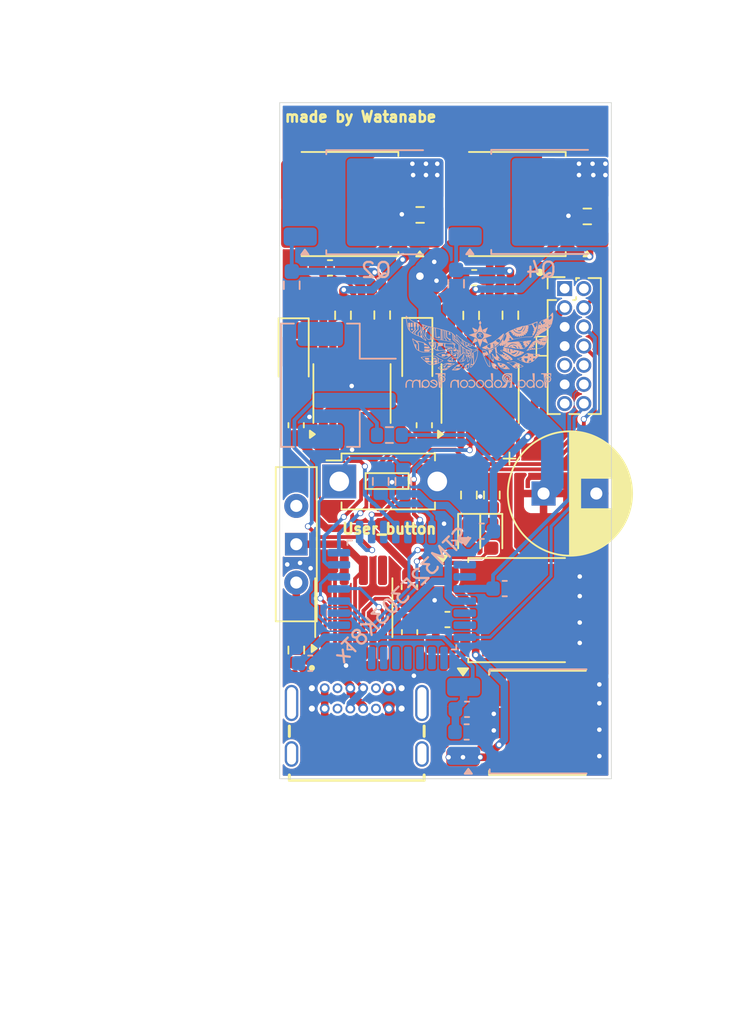
<source format=kicad_pcb>
(kicad_pcb (version 20241229) (generator "pcbnew") (generator_version "9.0")
  (layers (0 "F.Cu" signal) (2 "B.Cu" signal) (13 "F.Paste" user) (15 "B.Paste" user) (5 "F.SilkS" user "F.Silkscreen") (7 "B.SilkS" user "B.Silkscreen") (1 "F.Mask" user) (3 "B.Mask" user) (25 "Edge.Cuts" user))
  (net 0 "")
  (net 3 "Net-(Q1-S)")
  (net 4 "VCP_TX")
  (net 23 "NRST")
  (net 24 "GND")
  (net 25 "CAN_H")
  (net 26 "+24V")
  (net 27 "CAN_L")
  (net 29 "+3.3V")
  (net 30 "+12V")
  (net 31 "+5V")
  (net 33 "Net-(SW1-A)")
  (net 34 "CAN_TX")
  (net 35 "CAN_RX")
  (net 36 "Net-(D1-A)")
  (net 37 "Net-(D1-K)")
  (net 38 "Net-(D2-K)")
  (net 39 "Net-(D2-A)")
  (net 40 "Net-(U1-PA8)")
  (net 41 "Net-(D4-K)")
  (net 42 "Net-(D3-K)")
  (net 43 "SWCLK")
  (net 44 "SWDIO")
  (net 45 "Net-(Q1-G)")
  (net 46 "Net-(Q2-G)")
  (net 47 "Net-(Q3-G)")
  (net 48 "Net-(Q4-G)")
  (net 49 "Net-(U6-HO)")
  (net 50 "Net-(U6-LO)")
  (net 51 "Net-(U7-HO)")
  (net 52 "Net-(U7-LO)")
  (net 53 "MA")
  (net 54 "MB")
  (net 57 "Net-(Q3-S)")
  (net 58 "Limit_SW")
  (net 64 "SWO")
  (net 65 "Net-(U1-BOOT0)")
  (footprint "Package_SO:SOIC-8_3.9x4.9mm_P1.27mm" (layer "F.Cu") (at 133.29 79.275 90)
    (property "Reference" "U7" (hide yes))
    (property "Value" "IR2302" (hide yes))
  )
  (footprint "Capacitor_SMD:C_0603_1608Metric" (layer "F.Cu") (at 131.125 94.25)
    (property "Reference" "C7" (hide yes))
    (property "Value" "1μ" (hide yes))
  )
  (footprint "LED_SMD:LED_0603_1608Metric" (layer "F.Cu") (at 134.03 88.735 -90)
    (property "Reference" "D2" (hide yes))
    (property "Value" "blue" (hide yes))
  )
  (footprint "Button_Switch_THT:SW_Slide-03_Wuerth-WS-SLTV_10x2.5x6.4_P2.54mm" (layer "F.Cu") (at 121.1 89.26 -90)
    (property "Reference" "SW1" (hide yes))
    (property "Value" "SW_Wuerth_450301014042" (hide yes))
  )
  (footprint "Resistor_SMD:R_0603_1608Metric_Pad0.98x0.95mm_HandSolder" (layer "F.Cu") (at 126.8 74.075 90)
    (property "Reference" "R5" (hide yes))
    (property "Value" "10Ω" (hide yes))
  )
  (footprint "Capacitor_SMD:C_0603_1608Metric_Pad1.08x0.95mm_HandSolder" (layer "F.Cu") (at 132.9 71.6)
    (property "Reference" "C12" (hide yes))
    (property "Value" "1μF" (hide yes))
  )
  (footprint "Diode_SMD:D_SOD-123F" (layer "F.Cu") (at 129.125 76.475 -90)
    (property "Reference" "D4" (hide yes))
    (property "Value" "D" (hide yes))
  )
  (footprint "Capacitor_SMD:C_0603_1608Metric_Pad1.08x0.95mm_HandSolder" (layer "F.Cu") (at 121.09 81.375 90)
    (property "Reference" "C9" (hide yes))
    (property "Value" "0.1μF" (hide yes))
  )
  (footprint "Button_Switch_THT:SW_PUSH_1P1T_6x3.5mm_H5.0_APEM_MJTP1250" (layer "F.Cu") (at 123.95 85.1)
    (property "Reference" "SW2" (hide yes))
    (property "Value" "setting" (hide yes))
  )
  (footprint "Resistor_SMD:R_0603_1608Metric" (layer "F.Cu") (at 134.07 86 90)
    (property "Reference" "R2" (hide yes))
    (property "Value" "1k" (hide yes))
  )
  (footprint "Capacitor_SMD:C_0603_1608Metric_Pad1.08x0.95mm_HandSolder" (layer "F.Cu") (at 129.59 81.375 90)
    (property "Reference" "C13" (hide yes))
    (property "Value" "0.1μF" (hide yes))
  )
  (footprint "Package_TO_SOT_SMD:TO-252-2" (layer "F.Cu") (at 135.66 66.72 180)
    (property "Reference" "Q3" (hide yes))
    (property "Value" "Q_NMOS_GDS" (hide yes))
  )
  (footprint "Resistor_SMD:R_0603_1608Metric_Pad0.98x0.95mm_HandSolder" (layer "F.Cu") (at 135.3 74.0875 -90)
    (property "Reference" "R11" (hide yes))
    (property "Value" "10Ω" (hide yes))
  )
  (footprint "Package_TO_SOT_SMD:TO-252-2" (layer "F.Cu") (at 137.195 101.095)
    (property "Reference" "U3" (hide yes))
    (property "Value" "NJM7812" (hide yes))
  )
  (footprint "Connector_PinHeader_1.27mm:PinHeader_2x07_P1.27mm_Vertical" (layer "F.Cu") (at 138.9 72.32)
    (property "Reference" "J2" (hide yes))
    (property "Value" "Conn_ST_STDC14" (hide yes))
  )
  (footprint "Resistor_SMD:R_0603_1608Metric_Pad0.98x0.95mm_HandSolder" (layer "F.Cu") (at 129.3125 67.44)
    (property "Reference" "R7" (hide yes))
    (property "Value" "47k" (hide yes))
  )
  (footprint "Resistor_SMD:R_0603_1608Metric" (layer "F.Cu") (at 132.55 86 90)
    (property "Reference" "R3" (hide yes))
    (property "Value" "1k" (hide yes))
  )
  (footprint "Capacitor_SMD:C_0603_1608Metric" (layer "F.Cu") (at 128.6 92.1 -90)
    (property "Reference" "C10" (hide yes))
    (property "Value" "1μ" (hide yes))
  )
  (footprint "Package_SO:SOIC-8_3.9x4.9mm_P1.27mm" (layer "F.Cu") (at 124.795 79.275 90)
    (property "Reference" "U6" (hide yes))
    (property "Value" "IR2302" (hide yes))
  )
  (footprint "Resistor_SMD:R_0603_1608Metric_Pad0.98x0.95mm_HandSolder" (layer "F.Cu") (at 124.2 74.0875 90)
    (property "Reference" "R4" (hide yes))
    (property "Value" "10Ω" (hide yes))
  )
  (footprint "LED_SMD:LED_0603_1608Metric" (layer "F.Cu") (at 132.57 88.735 -90)
    (property "Reference" "D1" (hide yes))
    (property "Value" "green" (hide yes))
  )
  (footprint "Resistor_SMD:R_0603_1608Metric" (layer "F.Cu") (at 121.1 96.275 90)
    (property "Reference" "R1" (hide yes))
    (property "Value" "120" (hide yes))
  )
  (footprint "Package_TO_SOT_SMD:TO-252-2" (layer "F.Cu") (at 135.815 93.625)
    (property "Reference" "U4" (hide yes))
    (property "Value" "Regulator_5.0" (hide yes))
  )
  (footprint "Capacitor_SMD:C_0603_1608Metric_Pad1.08x0.95mm_HandSolder" (layer "F.Cu") (at 123.3375 70.95)
    (property "Reference" "C11" (hide yes))
    (property "Value" "1μF" (hide yes))
  )
  (footprint "Resistor_SMD:R_0603_1608Metric_Pad0.98x0.95mm_HandSolder" (layer "F.Cu") (at 132.7 74.1 -90)
    (property "Reference" "R10" (hide yes))
    (property "Value" "10Ω" (hide yes))
  )
  (footprint "my_parts:GCT_USB4085-GF-A_REVB" (layer "F.Cu") (at 125.11 103.16)
    (property "Reference" "J1" (hide yes))
    (property "Value" "USB4085-GF-A_REVB" (hide yes))
  )
  (footprint "Diode_SMD:D_SOD-123F" (layer "F.Cu") (at 120.925 76.5 -90)
    (property "Reference" "D3" (hide yes))
    (property "Value" "D" (hide yes))
  )
  (footprint "Resistor_SMD:R_0603_1608Metric_Pad0.98x0.95mm_HandSolder" (layer "F.Cu") (at 140.4 67.54)
    (property "Reference" "R8" (hide yes))
    (property "Value" "47k" (hide yes))
  )
  (footprint "Capacitor_SMD:C_0603_1608Metric" (layer "F.Cu") (at 128.615 95.085 -90)
    (property "Reference" "C6" (hide yes))
    (property "Value" "0.1μ" (hide yes))
  )
  (footprint "Package_TO_SOT_SMD:TO-252-2" (layer "F.Cu") (at 124.56 66.72 180)
    (property "Reference" "Q1" (hide yes))
    (property "Value" "Q_NMOS_GDS" (hide yes))
  )
  (footprint "Capacitor_THT:CP_Radial_D8.0mm_P3.50mm" (layer "F.Cu") (at 137.5 85.9)
    (property "Reference" "C8" (hide yes))
    (property "Value" "470μ" (hide yes))
  )
  (footprint "Package_SO:SOIC-8_3.9x4.9mm_P1.27mm" (layer "F.Cu") (at 124.915 93.465 90)
    (property "Reference" "U5" (hide yes))
    (property "Value" "MCP2561-E-SN" (hide yes))
  )
  (footprint "Capacitor_SMD:C_0603_1608Metric" (layer "B.Cu") (at 134.925 92.2)
    (property "Reference" "C1" (hide yes))
    (property "Value" "0.1μ" (hide yes))
  )
  (footprint "Resistor_SMD:R_0603_1608Metric" (layer "B.Cu") (at 128.2 85.1 90)
    (property "Reference" "R13" (hide yes))
    (property "Value" "10k" (hide yes))
  )
  (footprint "Capacitor_SMD:C_0603_1608Metric" (layer "B.Cu") (at 132.4 101.7)
    (property "Reference" "C5" (hide yes))
    (property "Value" "1μ" (hide yes))
  )
  (footprint "Resistor_SMD:R_0603_1608Metric" (layer "B.Cu") (at 127.275 82.025 180)
    (property "Reference" "R14" (hide yes))
    (property "Value" "10k" (hide yes))
  )
  (footprint "Resistor_SMD:R_0603_1608Metric_Pad0.98x0.95mm_HandSolder" (layer "B.Cu") (at 120.8 72.1 90)
    (property "Reference" "R6" (hide yes))
    (property "Value" "47k" (hide yes))
  )
  (footprint "Capacitor_SMD:C_0603_1608Metric" (layer "B.Cu") (at 133.4 88.4 180)
    (property "Reference" "C4" (hide yes))
    (property "Value" "0.1μ" (hide yes))
  )
  (footprint "Resistor_SMD:R_0603_1608Metric" (layer "B.Cu") (at 126.7 85.1 90)
    (property "Reference" "R12" (hide yes))
    (property "Value" "10k" (hide yes))
  )
  (footprint "Capacitor_SMD:C_0603_1608Metric" (layer "B.Cu") (at 122.025 97.15)
    (property "Reference" "C3" (hide yes))
    (property "Value" "0.1μ" (hide yes))
  )
  (footprint "Package_QFP:LQFP-32_7x7mm_P0.8mm" (layer "B.Cu") (at 128.1 92.625 180)
    (property "Reference" "U1" (hide yes))
    (property "Value" "STM32F303K8Tx")
  )
  (footprint "Capacitor_SMD:C_0603_1608Metric" (layer "B.Cu") (at 132.425 100.2)
    (property "Reference" "C2" (hide yes))
    (property "Value" "0.1μ" (hide yes))
  )
  (footprint "Package_TO_SOT_SMD:TO-252-2" (layer "B.Cu") (at 137.24 100.9975)
    (property "Reference" "U2" (hide yes))
    (property "Value" "Regulator_3.3" (hide yes))
  )
  (footprint "Package_TO_SOT_SMD:TO-252-2" (layer "B.Cu") (at 137.34 66.58)
    (property "Reference" "Q4")
    (property "Value" "Q_NMOS_GDS" (hide yes))
  )
  (footprint "Package_TO_SOT_SMD:TO-252-2" (layer "B.Cu") (at 126.4 66.6)
    (property "Reference" "Q2")
    (property "Value" "Q_NMOS_GDS" (hide yes))
  )
  (footprint "LOGO" (layer "B.Cu") (at 133.225 76.425 180)
    (property "Reference" "G***" (hide yes))
    (property "Value" "LOGO" (hide yes))
  )
  (footprint "Connector_JST:JST_PH_B2B-PH-SM4-TB_1x02-1MP_P2.00mm_Vertical" (layer "B.Cu") (at 124.45 78.725 -90)
    (property "Reference" "J3" (hide yes))
    (property "Value" "Conn_01x02_Pin" (hide yes))
  )
  (footprint "Resistor_SMD:R_0603_1608Metric_Pad0.98x0.95mm_HandSolder" (layer "B.Cu") (at 131.7 72 90)
    (property "Reference" "R9" (hide yes))
    (property "Value" "47k" (hide yes))
  )
  (gr_line (start 137.025 75.5) (end 137.025 76.775) (stroke (width 0.1)) (layer "F.SilkS"))
  (gr_line (start 137.025 76.775) (end 137.75 76.775) (stroke (width 0.1)) (layer "F.SilkS"))
  (gr_circle (center 137.25 71.25) (end 137.45 71.25) (stroke (width 0.1)) (fill yes) (layer "F.SilkS"))
  (gr_line (start 137.775 75.5) (end 137.025 75.5) (stroke (width 0.1)) (layer "F.SilkS"))
  (gr_rect (start 120 60) (end 142 104.8) (stroke (width 0.05)) (fill no) (layer "Edge.Cuts"))
  (gr_text "User_button" (at 124.05 88.65 0) (layer "F.SilkS") (effects (font (size 0.7 0.7) (thickness 0.175) (bold yes)) (justify left bottom)))
  (gr_text "made by Watanabe" (at 120.25 61.35 0) (layer "F.SilkS") (effects (font (size 0.7 0.7) (thickness 0.175) (bold yes)) (justify left bottom)))
  (segment (start 125.43 72.18) (end 124.2 70.95) (width 0.5) (layer "F.Cu") (net 3))
  (segment (start 128.4 68.075456) (end 128.1 67.4) (width 0.5) (layer "F.Cu") (net 3))
  (segment (start 125.525456 70.95) (end 128.4 68.075456) (width 0.5) (layer "F.Cu") (net 3))
  (segment (start 125.43 76.8) (end 125.43 72.18) (width 0.5) (layer "F.Cu") (net 3))
  (segment (start 124.2 70.95) (end 125.525456 70.95) (width 0.5) (layer "F.Cu") (net 3))
  (via (at 130.45 64.05) (size 0.4) (drill 0.3) (layers "F.Cu" "B.Cu") (net 3))
  (via (at 128.85 64.8) (size 0.4) (drill 0.3) (layers "F.Cu" "B.Cu") (net 3))
  (via (at 129.7 64.8) (size 0.4) (drill 0.3) (layers "F.Cu" "B.Cu") (net 3))
  (via (at 130.45 64.8) (size 0.4) (drill 0.3) (layers "F.Cu" "B.Cu") (net 3))
  (via (at 128.8 64.05) (size 0.4) (drill 0.3) (layers "F.Cu" "B.Cu") (net 3))
  (via (at 128.1 67.4) (size 0.4) (drill 0.3) (layers "F.Cu" "B.Cu") (net 3))
  (via (at 129.7 64.05) (size 0.4) (drill 0.3) (layers "F.Cu" "B.Cu") (net 3))
  (segment (start 138 91.375) (end 133.95 95.425) (width 0.2) (layer "B.Cu") (net 4))
  (segment (start 139.526 86.549) (end 138 88.075) (width 0.2) (layer "B.Cu") (net 4))
  (segment (start 133.95 95.425) (end 132.275 95.425) (width 0.2) (layer "B.Cu") (net 4))
  (segment (start 140.17 79.94) (end 140.17 80.221428) (width 0.2) (layer "B.Cu") (net 4))
  (segment (start 138 88.075) (end 138 91.375) (width 0.2) (layer "B.Cu") (net 4))
  (segment (start 140.17 80.221428) (end 139.526 80.865428) (width 0.2) (layer "B.Cu") (net 4))
  (segment (start 139.526 80.865428) (end 139.526 86.549) (width 0.2) (layer "B.Cu") (net 4))
  (segment (start 134.15 92.2) (end 134.15 91.300431) (width 0.25) (layer "B.Cu") (net 23))
  (segment (start 139.53 79.31) (end 139.53 80.33) (width 0.05) (layer "B.Cu") (net 23))
  (segment (start 134.15 92.2) (end 132.3 92.2) (width 0.5) (layer "B.Cu") (net 23))
  (segment (start 139.2 86.250431) (end 139.2 80.672376) (width 0.25) (layer "B.Cu") (net 23))
  (segment (start 134.15 91.300431) (end 139.2 86.250431) (width 0.25) (layer "B.Cu") (net 23))
  (segment (start 139.2 80.672376) (end 139.536188 80.336188) (width 0.25) (layer "B.Cu") (net 23))
  (segment (start 132.3 92.2) (end 132.275 92.225) (width 0.5) (layer "B.Cu") (net 23))
  (segment (start 140.17 78.67) (end 139.53 79.31) (width 0.05) (layer "B.Cu") (net 23))
  (via (at 141.2 98.55) (size 0.4) (drill 0.3) (layers "F.Cu" "B.Cu") (net 24))
  (via (at 134.2 101.6) (size 0.4) (drill 0.3) (layers "F.Cu" "B.Cu") (net 24))
  (via (at 120.5 90.6) (size 0.4) (drill 0.3) (layers "F.Cu" "B.Cu") (net 24))
  (via (at 124.8 83) (size 0.4) (drill 0.3) (layers "F.Cu" "B.Cu") (net 24))
  (via (at 139.9 95.8) (size 0.4) (drill 0.3) (layers "F.Cu" "B.Cu") (net 24))
  (via (at 124.4 97.3) (size 0.4) (drill 0.3) (layers "F.Cu" "B.Cu") (net 24))
  (via (at 130.9 87.9) (size 0.4) (drill 0.3) (layers "F.Cu" "B.Cu") (net 24))
  (via (at 141.2 103.3) (size 0.4) (drill 0.3) (layers "F.Cu" "B.Cu") (net 24))
  (via (at 121.35 90.5) (size 0.4) (drill 0.3) (layers "F.Cu" "B.Cu") (net 24))
  (via (at 124.775 78.775) (size 0.4) (drill 0.3) (layers "F.Cu" "B.Cu") (net 24))
  (via (at 130.275 92.975) (size 0.4) (drill 0.3) (layers "F.Cu" "B.Cu") (net 24))
  (via (at 139.9 91.4) (size 0.4) (drill 0.3) (layers "F.Cu" "B.Cu") (net 24))
  (via (at 139.9 94.45) (size 0.4) (drill 0.3) (layers "F.Cu" "B.Cu") (net 24))
  (via (at 122.05 90.85) (size 0.4) (drill 0.3) (layers "F.Cu" "B.Cu") (net 24))
  (via (at 128.9 97.975) (size 0.4) (drill 0.3) (layers "F.Cu" "B.Cu") (net 24))
  (via (at 139.9 92.7) (size 0.4) (drill 0.3) (layers "F.Cu" "B.Cu") (net 24))
  (via (at 121.975 80.825) (size 0.4) (drill 0.3) (layers "F.Cu" "B.Cu") (net 24))
  (via (at 141.2 99.8) (size 0.4) (drill 0.3) (layers "F.Cu" "B.Cu") (net 24))
  (via (at 127.45 85.15) (size 0.4) (drill 0.3) (layers "F.Cu" "B.Cu") (net 24))
  (via (at 134.2 100.5) (size 0.4) (drill 0.3) (layers "F.Cu" "B.Cu") (net 24))
  (via (at 141.2 101.55) (size 0.4) (drill 0.3) (layers "F.Cu" "B.Cu") (net 24))
  (via (at 133.3 86.1) (size 0.4) (drill 0.3) (layers "F.Cu" "B.Cu") (net 24))
  (segment (start 123.667376 91.602624) (end 123.667376 97.6) (width 0.25) (layer "F.Cu") (net 25))
  (segment (start 125.535 99.967624) (end 125.535 100.15) (width 0.5) (layer "F.Cu") (net 25))
  (segment (start 121.6 97.6) (end 121.1 97.1) (width 0.5) (layer "F.Cu") (net 25))
  (segment (start 124.685 98.8) (end 124.685 98.617624) (width 0.5) (layer "F.Cu") (net 25))
  (segment (start 124.685 99.117624) (end 125.535 99.967624) (width 0.5) (layer "F.Cu") (net 25))
  (segment (start 123.667376 97.6) (end 121.6 97.6) (width 0.5) (layer "F.Cu") (net 25))
  (segment (start 124.685 98.617624) (end 123.667376 97.6) (width 0.5) (layer "F.Cu") (net 25))
  (segment (start 124.28 90.99) (end 123.667376 91.602624) (width 0.25) (layer "F.Cu") (net 25))
  (segment (start 124.685 98.8) (end 124.685 99.117624) (width 0.5) (layer "F.Cu") (net 25))
  (segment (start 122.985 100.15) (end 122.985 98.8) (width 0.5) (layer "F.Cu") (net 26))
  (segment (start 122.985 100.15) (end 122.985 100.609619) (width 0.5) (layer "F.Cu") (net 26))
  (segment (start 122.985 100.609619) (end 123.275381 100.9) (width 0.5) (layer "F.Cu") (net 26))
  (segment (start 132.725 68.637562) (end 132.725 68.245) (width 1.5) (layer "F.Cu") (net 26))
  (segment (start 127.235 98.8) (end 127.235 100.15) (width 0.5) (layer "F.Cu") (net 26))
  (segment (start 123.275381 100.9) (end 126.944619 100.9) (width 0.5) (layer "F.Cu") (net 26))
  (segment (start 126.944619 100.9) (end 127.235 100.609619) (width 0.5) (layer "F.Cu") (net 26))
  (segment (start 127.235 100.609619) (end 127.235 100.15) (width 0.5) (layer "F.Cu") (net 26))
  (segment (start 130.012562 71.35) (end 132.725 68.637562) (width 1.5) (layer "F.Cu") (net 26))
  (via (at 129.3 71.5) (size 1) (drill 0.5) (layers "F.Cu" "B.Cu") (net 26))
  (via (at 130.25 70.55) (size 0.4) (drill 0.3) (layers "F.Cu" "B.Cu") (net 26))
  (via (at 130.4 71.8) (size 0.4) (drill 0.3) (layers "F.Cu" "B.Cu") (net 26))
  (segment (start 129.8 71) (end 130.25 70.55) (width 1.5) (layer "B.Cu") (net 26))
  (segment (start 130.012562 71.35) (end 129.862562 71.2) (width 1.5) (layer "B.Cu") (net 26))
  (segment (start 130.4 71.8) (end 130.012562 71.412562) (width 1.5) (layer "B.Cu") (net 26))
  (segment (start 138.08 82.111227) (end 138.08 85.32) (width 1.5) (layer "B.Cu") (net 26))
  (segment (start 130.012562 71.412562) (end 130.012562 71.35) (width 1.5) (layer "B.Cu") (net 26))
  (segment (start 129.95 74.2) (end 136.72 80.97) (width 1.5) (layer "B.Cu") (net 26))
  (segment (start 130.012562 71.35) (end 129.8 71.137438) (width 1.5) (layer "B.Cu") (net 26))
  (segment (start 130.012562 71.437438) (end 130.012562 71.35) (width 1.5) (layer "B.Cu") (net 26))
  (segment (start 129.7 71.1) (end 129.95 70.85) (width 1.5) (layer "B.Cu") (net 26))
  (segment (start 138.08 85.32) (end 137.5 85.9) (width 1.5) (layer "B.Cu") (net 26))
  (segment (start 129.3 71.5) (end 129.95 71.5) (width 1.5) (layer "B.Cu") (net 26))
  (segment (start 136.72 80.97) (end 136.938773 80.97) (width 1.5) (layer "B.Cu") (net 26))
  (segment (start 129.8 71.137438) (end 129.8 71) (width 1.5) (layer "B.Cu") (net 26))
  (segment (start 129.3 72.7) (end 129.95 73.35) (width 1.5) (layer "B.Cu") (net 26))
  (segment (start 129.8 71.2) (end 129.7 71.1) (width 1.5) (layer "B.Cu") (net 26))
  (segment (start 130.25 70.55) (end 130.45 70.35) (width 1.5) (layer "B.Cu") (net 26))
  (segment (start 129.862562 71.2) (end 129.8 71.2) (width 1.5) (layer "B.Cu") (net 26))
  (segment (start 129.3 71.5) (end 129.3 72.7) (width 1.5) (layer "B.Cu") (net 26))
  (segment (start 136.938773 80.97) (end 138.08 82.111227) (width 1.5) (layer "B.Cu") (net 26))
  (segment (start 129.95 71.5) (end 130.012562 71.437438) (width 1.5) (layer "B.Cu") (net 26))
  (segment (start 129.95 73.35) (end 129.95 74.2) (width 1.5) (layer "B.Cu") (net 26))
  (segment (start 125 98.259401) (end 125.535 98.794401) (width 0.25) (layer "F.Cu") (net 27))
  (segment (start 125.55 90.99) (end 125 91.54) (width 0.25) (layer "F.Cu") (net 27))
  (segment (start 125.535 98.794401) (end 125.535 98.8) (width 0.25) (layer "F.Cu") (net 27))
  (segment (start 124.236262 89.26) (end 125.55 90.573738) (width 0.5) (layer "F.Cu") (net 27))
  (segment (start 125 91.54) (end 125 98.259401) (width 0.25) (layer "F.Cu") (net 27))
  (segment (start 125.55 90.573738) (end 125.55 90.99) (width 0.5) (layer "F.Cu") (net 27))
  (segment (start 121.1 89.26) (end 124.236262 89.26) (width 0.5) (layer "F.Cu") (net 27))
  (segment (start 125.535 98.982376) (end 124.685 99.832376) (width 0.5) (layer "B.Cu") (net 27))
  (segment (start 125.535 98.8) (end 125.535 98.982376) (width 0.5) (layer "B.Cu") (net 27))
  (segment (start 124.685 99.832376) (end 124.685 100.15) (width 0.5) (layer "B.Cu") (net 27))
  (segment (start 136.9 81.7) (end 136.9 75.59) (width 0.5) (layer "F.Cu") (net 29))
  (segment (start 136.9 75.59) (end 138.9 73.59) (width 0.5) (layer "F.Cu") (net 29))
  (segment (start 136.45 82.15) (end 136.9 81.7) (width 0.5) (layer "F.Cu") (net 29))
  (via (at 136.45 82.15) (size 0.4) (drill 0.3) (layers "F.Cu" "B.Cu") (net 29))
  (segment (start 131.175 89.925) (end 131.275 89.825) (width 0.5) (layer "B.Cu") (net 29))
  (segment (start 128.1 82.025) (end 132.386303 82.025) (width 0.25) (layer "B.Cu") (net 29))
  (segment (start 122.975 95.425) (end 121.25 97.15) (width 0.5) (layer "B.Cu") (net 29))
  (segment (start 131.65 101.675) (end 131.625 101.7) (width 0.5) (layer "B.Cu") (net 29))
  (segment (start 126.463334 95.425) (end 130.168334 91.72) (width 0.5) (layer "B.Cu") (net 29))
  (segment (start 134.175 84.425) (end 134.175 88.4) (width 0.5) (layer "B.Cu") (net 29))
  (segment (start 131.145 91.72) (end 131.175 91.75) (width 0.5) (layer "B.Cu") (net 29))
  (segment (start 132.386303 82.025) (end 134.175 83.813697) (width 0.25) (layer "B.Cu") (net 29))
  (segment (start 123.925 95.425) (end 126.463334 95.425) (width 0.5) (layer "B.Cu") (net 29))
  (segment (start 129.189034 85.925) (end 129.839034 86.575) (width 0.5) (layer "B.Cu") (net 29))
  (segment (start 132.275 93.025) (end 131.525001 93.025) (width 0.5) (layer "B.Cu") (net 29))
  (segment (start 123.925 95.425) (end 122.975 95.425) (width 0.5) (layer "B.Cu") (net 29))
  (segment (start 131.1 86.7) (end 131.825 87.425) (width 0.5) (layer "B.Cu") (net 29))
  (segment (start 131.525001 93.025) (end 131.175 92.674999) (width 0.5) (layer "B.Cu") (net 29))
  (segment (start 130.021752 86.7) (end 131.1 86.7) (width 0.5) (layer "B.Cu") (net 29))
  (segment (start 131.175 92.674999) (end 131.175 91.75) (width 0.5) (layer "B.Cu") (net 29))
  (segment (start 132.2 99.65) (end 131.65 100.2) (width 0.5) (layer "B.Cu") (net 29))
  (segment (start 134.175 88.4) (end 132.75 89.825) (width 0.5) (layer "B.Cu") (net 29))
  (segment (start 130.825 95.425) (end 126.463334 95.425) (width 0.25) (layer "B.Cu") (net 29))
  (segment (start 132.2 98.7175) (end 132.2 99.65) (width 0.5) (layer "B.Cu") (net 29))
  (segment (start 131.175 91.75) (end 131.175 89.925) (width 0.5) (layer "B.Cu") (net 29))
  (segment (start 130.168334 91.72) (end 131.145 91.72) (width 0.5) (layer "B.Cu") (net 29))
  (segment (start 128.4 85.925) (end 128.2 85.925) (width 0.5) (layer "B.Cu") (net 29))
  (segment (start 128.2 85.925) (end 129.189034 85.925) (width 0.5) (layer "B.Cu") (net 29))
  (segment (start 132.8 97.4) (end 130.825 95.425) (width 0.25) (layer "B.Cu") (net 29))
  (segment (start 136.45 82.15) (end 134.175 84.425) (width 0.5) (layer "B.Cu") (net 29))
  (segment (start 131.825 87.425) (end 131.825 89.375) (width 0.5) (layer "B.Cu") (net 29))
  (segment (start 131.825 89.375) (end 132.275 89.825) (width 0.5) (layer "B.Cu") (net 29))
  (segment (start 131.275 89.825) (end 132.275 89.825) (width 0.5) (layer "B.Cu") (net 29))
  (segment (start 132.8 98.1175) (end 132.8 97.4) (width 0.25) (layer "B.Cu") (net 29))
  (segment (start 129.839034 86.575) (end 129.896752 86.575) (width 0.5) (layer "B.Cu") (net 29))
  (segment (start 129.896752 86.575) (end 130.021752 86.7) (width 0.5) (layer "B.Cu") (net 29))
  (segment (start 132.75 89.825) (end 132.275 89.825) (width 0.5) (layer "B.Cu") (net 29))
  (segment (start 131.65 100.2) (end 131.65 101.675) (width 0.5) (layer "B.Cu") (net 29))
  (segment (start 132.2 98.7175) (end 132.8 98.1175) (width 0.25) (layer "B.Cu") (net 29))
  (segment (start 134.175 83.813697) (end 134.175 84.425) (width 0.25) (layer "B.Cu") (net 29))
  (segment (start 130.8975 82.2375) (end 131.385 81.75) (width 0.5) (layer "F.Cu") (net 30))
  (segment (start 128.6 90.861666) (end 125.938334 88.2) (width 0.5) (layer "F.Cu") (net 30))
  (segment (start 120.39 81.5375) (end 121.09 82.2375) (width 0.25) (layer "F.Cu") (net 30))
  (segment (start 125.938334 88.2) (end 123.1 88.2) (width 0.5) (layer "F.Cu") (net 30))
  (segment (start 122.25 83.3975) (end 121.09 82.2375) (width 0.5) (layer "F.Cu") (net 30))
  (segment (start 122.25 87.35) (end 122.25 83.3975) (width 0.5) (layer "F.Cu") (net 30))
  (segment (start 128.62 91.345) (end 128.6 91.325) (width 0.5) (layer "F.Cu") (net 30))
  (segment (start 121.09 82.2375) (end 122.4025 82.2375) (width 0.5) (layer "F.Cu") (net 30))
  (segment (start 133 93.57) (end 130.775 91.345) (width 0.5) (layer "F.Cu") (net 30))
  (segment (start 120.39 78.435) (end 120.39 81.5375) (width 0.25) (layer "F.Cu") (net 30))
  (segment (start 127.5025 80.15) (end 129.59 82.2375) (width 0.5) (layer "F.Cu") (net 30))
  (segment (start 130.775 91.345) (end 128.62 91.345) (width 0.5) (layer "F.Cu") (net 30))
  (segment (start 123.515001 80.15) (end 127.5025 80.15) (width 0.5) (layer "F.Cu") (net 30))
  (segment (start 129.125 78.625) (end 131.385 80.885) (width 0.5) (layer "F.Cu") (net 30))
  (segment (start 131.385 80.885) (end 131.385 81.75) (width 0.5) (layer "F.Cu") (net 30))
  (segment (start 122.89 80.775001) (end 123.515001 80.15) (width 0.5) (layer "F.Cu") (net 30))
  (segment (start 133.3 103.375) (end 133.725 103.375) (width 0.5) (layer "F.Cu") (net 30))
  (segment (start 120.925 77.9) (end 120.39 78.435) (width 0.25) (layer "F.Cu") (net 30))
  (segment (start 129.59 82.2375) (end 130.8975 82.2375) (width 0.5) (layer "F.Cu") (net 30))
  (segment (start 123.1 88.2) (end 122.25 87.35) (width 0.5) (layer "F.Cu") (net 30))
  (segment (start 122.89 81.75) (end 122.89 80.775001) (width 0.5) (layer "F.Cu") (net 30))
  (segment (start 132.155 103.375) (end 133.3 103.375) (width 0.5) (layer "F.Cu") (net 30))
  (segment (start 122.4025 82.2375) (end 122.89 81.75) (width 0.5) (layer "F.Cu") (net 30))
  (segment (start 128.6 91.325) (end 128.6 90.861666) (width 0.5) (layer "F.Cu") (net 30))
  (segment (start 133 96.6) (end 133 93.57) (width 0.5) (layer "F.Cu") (net 30))
  (segment (start 129.125 77.875) (end 129.125 78.625) (width 0.5) (layer "F.Cu") (net 30))
  (segment (start 133.725 103.375) (end 134.55 102.55) (width 0.5) (layer "F.Cu") (net 30))
  (via (at 132.155 103.375) (size 0.4) (drill 0.3) (layers "F.Cu" "B.Cu") (net 30))
  (via (at 131.2 103.375) (size 0.4) (drill 0.3) (layers "F.Cu" "B.Cu") (net 30))
  (via (at 134.55 102.55) (size 0.4) (drill 0.3) (layers "F.Cu" "B.Cu") (net 30))
  (via (at 133.3 103.375) (size 0.4) (drill 0.3) (layers "F.Cu" "B.Cu") (net 30))
  (via (at 133 96.6) (size 0.4) (drill 0.3) (layers "F.Cu" "B.Cu") (net 30))
  (segment (start 134.9 98.5) (end 133 96.6) (width 0.5) (layer "B.Cu") (net 30))
  (segment (start 134.9 98.85) (end 134.9 98.5) (width 0.5) (layer "B.Cu") (net 30))
  (segment (start 134.9 102.2) (end 134.55 102.55) (width 0.5) (layer "B.Cu") (net 30))
  (segment (start 134.9 98.85) (end 134.9 102.2) (width 0.5) (layer "B.Cu") (net 30))
  (segment (start 128.675 94.25) (end 128.615 94.31) (width 0.5) (layer "F.Cu") (net 31))
  (segment (start 125.55 93.665111) (end 126.345111 92.87) (width 0.25) (layer "F.Cu") (net 31))
  (segment (start 126.345111 92.87) (end 127.175 92.87) (width 0.25) (layer "F.Cu") (net 31))
  (segment (start 130.35 94.25) (end 130.35 95.48) (width 0.5) (layer "F.Cu") (net 31))
  (segment (start 125.55 95.94) (end 125.55 93.665111) (width 0.25) (layer "F.Cu") (net 31))
  (segment (start 130.35 94.25) (end 128.675 94.25) (width 0.5) (layer "F.Cu") (net 31))
  (segment (start 127.175 92.87) (end 128.615 94.31) (width 0.25) (layer "F.Cu") (net 31))
  (segment (start 130.35 95.48) (end 130.775 95.905) (width 0.5) (layer "F.Cu") (net 31))
  (segment (start 121.1 95.45) (end 121.1 91.8) (width 0.5) (layer "F.Cu") (net 33))
  (segment (start 123.01 93.16) (end 123.01 95.94) (width 0.2) (layer "F.Cu") (net 34))
  (segment (start 122.7 92.85) (end 123.01 93.16) (width 0.2) (layer "F.Cu") (net 34))
  (via (at 122.7 92.85) (size 0.4) (drill 0.3) (layers "F.Cu" "B.Cu") (net 34))
  (segment (start 122.7 91.900001) (end 123.175001 91.425) (width 0.2) (layer "B.Cu") (net 34))
  (segment (start 122.7 92.85) (end 122.7 92.6) (width 0.2) (layer "B.Cu") (net 34))
  (segment (start 122.7 92.85) (end 122.7 91.900001) (width 0.2) (layer "B.Cu") (net 34))
  (segment (start 123.175001 91.425) (end 123.925 91.425) (width 0.2) (layer "B.Cu") (net 34))
  (segment (start 126.575 93.425) (end 126.82 93.67) (width 0.2) (layer "F.Cu") (net 35))
  (segment (start 126.82 93.67) (end 126.82 95.94) (width 0.2) (layer "F.Cu") (net 35))
  (via (at 126.575 93.425) (size 0.4) (drill 0.3) (layers "F.Cu" "B.Cu") (net 35))
  (segment (start 125.35 92.2) (end 123.95 92.2) (width 0.2) (layer "B.Cu") (net 35))
  (segment (start 126.575 93.425) (end 125.35 92.2) (width 0.2) (layer "B.Cu") (net 35))
  (segment (start 123.95 92.2) (end 123.925 92.225) (width 0.2) (layer "B.Cu") (net 35))
  (segment (start 130.9775 89.5225) (end 132.57 89.5225) (width 0.2) (layer "F.Cu") (net 36))
  (segment (start 129.15 89.65) (end 130.85 89.65) (width 0.2) (layer "F.Cu") (net 36))
  (segment (start 130.85 89.65) (end 130.9775 89.5225) (width 0.2) (layer "F.Cu") (net 36))
  (via (at 129.15 89.65) (size 0.4) (drill 0.3) (layers "F.Cu" "B.Cu") (net 36))
  (segment (start 126.087132 94.662868) (end 124.449264 93.025) (width 0.2) (layer "B.Cu") (net 36))
  (segment (start 129.100466 89.65) (end 128.57 90.180466) (width 0.2) (layer "B.Cu") (net 36))
  (segment (start 128.57 92.18) (end 126.087132 94.662868) (width 0.2) (layer "B.Cu") (net 36))
  (segment (start 129.15 89.65) (end 129.100466 89.65) (width 0.2) (layer "B.Cu") (net 36))
  (segment (start 124.449264 93.025) (end 123.925 93.025) (width 0.2) (layer "B.Cu") (net 36))
  (segment (start 128.57 90.180466) (end 128.57 92.18) (width 0.2) (layer "B.Cu") (net 36))
  (segment (start 132.55 87.9275) (end 132.57 87.9475) (width 0.2) (layer "F.Cu") (net 37))
  (segment (start 132.55 86.825) (end 132.55 87.9275) (width 0.2) (layer "F.Cu") (net 37))
  (segment (start 134.03 86.865) (end 134.07 86.825) (width 0.2) (layer "F.Cu") (net 38))
  (segment (start 134.03 87.9475) (end 134.03 86.865) (width 0.2) (layer "F.Cu") (net 38))
  (segment (start 132.124236 90.15) (end 132.134236 90.16) (width 0.2) (layer "F.Cu") (net 39))
  (segment (start 129.1 90.4) (end 129.35 90.15) (width 0.2) (layer "F.Cu") (net 39))
  (segment (start 129.35 90.15) (end 132.124236 90.15) (width 0.2) (layer "F.Cu") (net 39))
  (segment (start 132.134236 90.16) (end 133.3925 90.16) (width 0.2) (layer "F.Cu") (net 39))
  (segment (start 133.3925 90.16) (end 134.03 89.5225) (width 0.2) (layer "F.Cu") (net 39))
  (via (at 129.1 90.4) (size 0.4) (drill 0.3) (layers "F.Cu" "B.Cu") (net 39))
  (segment (start 129.1 90.4) (end 129.1 92.1) (width 0.2) (layer "B.Cu") (net 39))
  (segment (start 125.975 94.975) (end 124.825 93.825) (width 0.2) (layer "B.Cu") (net 39))
  (segment (start 126.225 94.975) (end 125.975 94.975) (width 0.2) (layer "B.Cu") (net 39))
  (segment (start 129.1 92.1) (end 126.225 94.975) (width 0.2) (layer "B.Cu") (net 39))
  (segment (start 124.825 93.825) (end 123.925 93.825) (width 0.2) (layer "B.Cu") (net 39))
  (segment (start 122.4 92.400466) (end 122.4 91.775737) (width 0.2) (layer "B.Cu") (net 40))
  (segment (start 123.925 94.625) (end 123.175001 94.625) (width 0.2) (layer "B.Cu") (net 40))
  (segment (start 122.6 86.45) (end 123.95 85.1) (width 0.2) (layer "B.Cu") (net 40))
  (segment (start 123.95 84.35) (end 123.95 85.1) (width 0.2) (layer "B.Cu") (net 40))
  (segment (start 122.5 93.949999) (end 122.5 93.399534) (width 0.2) (layer "B.Cu") (net 40))
  (segment (start 123.175001 94.625) (end 122.5 93.949999) (width 0.2) (layer "B.Cu") (net 40))
  (segment (start 127.495 83.57) (end 124.73 83.57) (width 0.2) (layer "B.Cu") (net 40))
  (segment (start 122.17 92.630466) (end 122.4 92.400466) (width 0.2) (layer "B.Cu") (net 40))
  (segment (start 122.6 91.575737) (end 122.6 86.45) (width 0.2) (layer "B.Cu") (net 40))
  (segment (start 128.2 84.275) (end 127.495 83.57) (width 0.2) (layer "B.Cu") (net 40))
  (segment (start 122.17 93.069534) (end 122.17 92.630466) (width 0.2) (layer "B.Cu") (net 40))
  (segment (start 122.4 91.775737) (end 122.6 91.575737) (width 0.2) (layer "B.Cu") (net 40))
  (segment (start 122.5 93.399534) (end 122.17 93.069534) (width 0.2) (layer "B.Cu") (net 40))
  (segment (start 124.73 83.57) (end 123.95 84.35) (width 0.2) (layer "B.Cu") (net 40))
  (segment (start 131.385 72.2525) (end 129.6375 74) (width 0.5) (layer "F.Cu") (net 41))
  (segment (start 131.385 72.2525) (end 132.0375 71.6) (width 0.5) (layer "F.Cu") (net 41))
  (segment (start 129.6375 74.5625) (end 129.125 75.075) (width 0.5) (layer "F.Cu") (net 41))
  (segment (start 131.385 76.8) (end 131.385 72.2525) (width 0.5) (layer "F.Cu") (net 41))
  (segment (start 129.6375 74) (end 129.6375 74.5625) (width 0.5) (layer "F.Cu") (net 41))
  (segment (start 132.0375 71.6) (end 132.0375 71.55) (width 0.5) (layer "F.Cu") (net 41))
  (segment (start 122.89 71.365) (end 122.475 70.95) (width 0.5) (layer "F.Cu") (net 42))
  (segment (start 122.4375 70.9875) (end 122.4375 71.14) (width 0.5) (layer "F.Cu") (net 42))
  (segment (start 122.89 74.4) (end 122.89 71.365) (width 0.5) (layer "F.Cu") (net 42))
  (segment (start 120.95 75.075) (end 120.925 75.1) (width 0.5) (layer "F.Cu") (net 42))
  (segment (start 122.89 75.075) (end 120.95 75.075) (width 0.5) (layer "F.Cu") (net 42))
  (segment (start 122.475 70.95) (end 122.4375 70.9875) (width 0.5) (layer "F.Cu") (net 42))
  (segment (start 122.89 74.4) (end 122.89 75.075) (width 0.5) (layer "F.Cu") (net 42))
  (segment (start 122.89 76.8) (end 122.89 74.4) (width 0.5) (layer "F.Cu") (net 42))
  (segment (start 140.171188 80.971188) (end 140.171188 81.383838) (width 0.25) (layer "F.Cu") (net 43))
  (segment (start 125.75 86.8) (end 125.35 87.2) (width 0.25) (layer "F.Cu") (net 43))
  (segment (start 140.171188 81.383838) (end 137.605026 83.95) (width 0.25) (layer "F.Cu") (net 43))
  (segment (start 125.75 85.294974) (end 125.75 86.8) (width 0.25) (layer "F.Cu") (net 43))
  (segment (start 137.605026 83.95) (end 131.994975 83.95) (width 0.25) (layer "F.Cu") (net 43))
  (segment (start 131.994975 83.95) (end 131.444975 83.4) (width 0.25) (layer "F.Cu") (net 43))
  (segment (start 131.444975 83.4) (end 127.644974 83.4) (width 0.25) (layer "F.Cu") (net 43))
  (segment (start 127.644974 83.4) (end 125.75 85.294974) (width 0.25) (layer "F.Cu") (net 43))
  (via (at 125.35 87.2) (size 0.4) (drill 0.3) (layers "F.Cu" "B.Cu") (net 43))
  (via (at 140.171188 80.971188) (size 0.4) (drill 0.3) (layers "F.Cu" "B.Cu") (net 43))
  (segment (start 140.9 75.59) (end 140.17 74.86) (width 0.25) (layer "B.Cu") (net 43))
  (segment (start 140.171188 80.971188) (end 140.9 80.242376) (width 0.25) (layer "B.Cu") (net 43))
  (segment (start 125.30156 87.2) (end 123.925 88.57656) (width 0.25) (layer "B.Cu") (net 43))
  (segment (start 140.9 80.242376) (end 140.9 75.59) (width 0.25) (layer "B.Cu") (net 43))
  (segment (start 125.35 87.2) (end 125.30156 87.2) (width 0.25) (layer "B.Cu") (net 43))
  (segment (start 123.925 88.57656) (end 123.925 89.825) (width 0.25) (layer "B.Cu") (net 43))
  (segment (start 132.25 83.6) (end 135.8 83.6) (width 0.25) (layer "F.Cu") (net 44))
  (segment (start 124.25 87.45) (end 125.4 86.3) (width 0.25) (layer "F.Cu") (net 44))
  (segment (start 127.55 83) (end 131.65 83) (width 0.25) (layer "F.Cu") (net 44))
  (segment (start 135.8 74.351844) (end 135.8 73.97) (width 0.25) (layer "F.Cu") (net 44))
  (segment (start 136 75.448156) (end 136 74.551844) (width 0.25) (layer "F.Cu") (net 44))
  (segment (start 136 74.551844) (end 135.8 74.351844) (width 0.25) (layer "F.Cu") (net 44))
  (segment (start 131.65 83) (end 132.25 83.6) (width 0.25) (layer "F.Cu") (net 44))
  (segment (start 135.8 73.97) (end 138.18 71.59) (width 0.25) (layer "F.Cu") (net 44))
  (segment (start 138.18 71.59) (end 140.472376 71.59) (width 0.25) (layer "F.Cu") (net 44))
  (segment (start 140.9 72.86) (end 140.17 73.59) (width 0.25) (layer "F.Cu") (net 44))
  (segment (start 125.4 85.15) (end 127.55 83) (width 0.25) (layer "F.Cu") (net 44))
  (segment (start 125.4 86.3) (end 125.4 85.15) (width 0.25) (layer "F.Cu") (net 44))
  (segment (start 135.8 75.648156) (end 136 75.448156) (width 0.25) (layer "F.Cu") (net 44))
  (segment (start 135.8 83.6) (end 135.8 75.648156) (width 0.25) (layer "F.Cu") (net 44))
  (segment (start 140.472376 71.59) (end 140.9 72.017624) (width 0.25) (layer "F.Cu") (net 44))
  (segment (start 140.9 72.017624) (end 140.9 72.86) (width 0.25) (layer "F.Cu") (net 44))
  (via (at 124.25 87.45) (size 0.4) (drill 0.3) (layers "F.Cu" "B.Cu") (net 44))
  (segment (start 122.95 88.75) (end 124.25 87.45) (width 0.25) (layer "B.Cu") (net 44))
  (segment (start 123.175001 90.625) (end 122.95 90.399999) (width 0.25) (layer "B.Cu") (net 44))
  (segment (start 123.925 90.625) (end 123.175001 90.625) (width 0.25) (layer "B.Cu") (net 44))
  (segment (start 122.95 90.399999) (end 122.95 88.75) (width 0.25) (layer "B.Cu") (net 44))
  (segment (start 124.2 73.175) (end 124.2 72.45) (width 0.5) (layer "F.Cu") (net 45))
  (segment (start 128.2 70.4) (end 129.6 69) (width 0.5) (layer "F.Cu") (net 45))
  (segment (start 129.6 69) (end 129.6 68.065) (width 0.5) (layer "F.Cu") (net 45))
  (segment (start 124.2 72.45) (end 124.25 72.4) (width 0.5) (layer "F.Cu") (net 45))
  (segment (start 129.6 68.065) (end 130.225 67.44) (width 0.5) (layer "F.Cu") (net 45))
  (segment (start 128.15 70.4) (end 128.2 70.4) (width 0.5) (layer "F.Cu") (net 45))
  (via (at 128.15 70.4) (size 0.4) (drill 0.3) (layers "F.Cu" "B.Cu") (net 45))
  (via (at 124.25 72.4) (size 0.4) (drill 0.3) (layers "F.Cu" "B.Cu") (net 45))
  (segment (start 126.15 72.4) (end 128.15 70.4) (width 0.5) (layer "B.Cu") (net 45))
  (segment (start 124.25 72.4) (end 126.15 72.4) (width 0.5) (layer "B.Cu") (net 45))
  (segment (start 126.8 71.75) (end 126.3 71.25) (width 0.5) (layer "F.Cu") (net 46))
  (segment (start 126.8 73.1625) (end 126.8 71.75) (width 0.5) (layer "F.Cu") (net 46))
  (via (at 126.3 71.25) (size 0.4) (drill 0.3) (layers "F.Cu" "B.Cu") (net 46))
  (segment (start 120.8 69.44) (end 121.36 68.88) (width 0.25) (layer "B.Cu") (net 46))
  (segment (start 126.3 71.25) (end 126.2375 71.1875) (width 0.5) (layer "B.Cu") (net 46))
  (segment (start 120.8 71.1875) (end 120.8 69.44) (width 0.25) (layer "B.Cu") (net 46))
  (segment (start 126.2375 71.1875) (end 120.8 71.1875) (width 0.5) (layer "B.Cu") (net 46))
  (segment (start 140.7 68.1525) (end 141.3125 67.54) (width 0.5) (layer "F.Cu") (net 47))
  (segment (start 132.7 73.1875) (end 132.7 72.65) (width 0.5) (layer "F.Cu") (net 47))
  (segment (start 140.55 70.2) (end 140.55 69.15) (width 0.5) (layer "F.Cu") (net 47))
  (segment (start 132.7 72.65) (end 133 72.35) (width 0.5) (layer "F.Cu") (net 47))
  (segment (start 140.55 69.15) (end 140.7 69) (width 0.5) (layer "F.Cu") (net 47))
  (segment (start 140.7 69) (end 140.7 68.1525) (width 0.5) (layer "F.Cu") (net 47))
  (via (at 140.55 70.2) (size 0.4) (drill 0.3) (layers "F.Cu" "B.Cu") (net 47))
  (via (at 133 72.35) (size 0.4) (drill 0.3) (layers "F.Cu" "B.Cu") (net 47))
  (segment (start 138.15 70.2) (end 140.55 70.2) (width 0.5) (layer "B.Cu") (net 47))
  (segment (start 136 72.35) (end 138.15 70.2) (width 0.5) (layer "B.Cu") (net 47))
  (segment (start 133 72.35) (end 136 72.35) (width 0.5) (layer "B.Cu") (net 47))
  (segment (start 135.3 71.2) (end 135.25 71.15) (width 0.5) (layer "F.Cu") (net 48))
  (segment (start 135.3 73.175) (end 135.3 71.2) (width 0.5) (layer "F.Cu") (net 48))
  (via (at 135.25 71.15) (size 0.4) (drill 0.3) (layers "F.Cu" "B.Cu") (net 48))
  (segment (start 131.7 71.0875) (end 131.7 69.46) (width 0.25) (layer "B.Cu") (net 48))
  (segment (start 131.7 69.46) (end 132.3 68.86) (width 0.25) (layer "B.Cu") (net 48))
  (segment (start 131.7625 71.15) (end 131.7 71.0875) (width 0.5) (layer "B.Cu") (net 48))
  (segment (start 135.25 71.15) (end 131.7625 71.15) (width 0.5) (layer "B.Cu") (net 48))
  (segment (start 124.16 76.8) (end 124.16 75.04) (width 0.5) (layer "F.Cu") (net 49))
  (segment (start 124.16 75.04) (end 124.2 75) (width 0.5) (layer "F.Cu") (net 49))
  (segment (start 126.7 76.8) (end 126.7 75.0875) (width 0.5) (layer "F.Cu") (net 50))
  (segment (start 126.7 75.0875) (end 126.8 74.9875) (width 0.5) (layer "F.Cu") (net 50))
  (segment (start 132.655 76.8) (end 132.655 75.0575) (width 0.5) (layer "F.Cu") (net 51))
  (segment (start 132.655 75.0575) (end 132.7 75.0125) (width 0.5) (layer "F.Cu") (net 51))
  (segment (start 135.195 76.8) (end 135.195 75.105) (width 0.5) (layer "F.Cu") (net 52))
  (segment (start 135.195 75.105) (end 135.3 75) (width 0.5) (layer "F.Cu") (net 52))
  (segment (start 125.65 84.1) (end 125.65 84.05) (width 0.25) (layer "F.Cu") (net 53))
  (segment (start 125.35 83.75) (end 124.65 83.75) (width 0.25) (layer "F.Cu") (net 53))
  (segment (start 124.16 83.26) (end 124.16 81.75) (width 0.25) (layer "F.Cu") (net 53))
  (segment (start 125.65 84.05) (end 125.35 83.75) (width 0.25) (layer "F.Cu") (net 53))
  (segment (start 124.65 83.75) (end 124.16 83.26) (width 0.25) (layer "F.Cu") (net 53))
  (via (at 125.65 84.1) (size 0.4) (drill 0.3) (layers "F.Cu" "B.Cu") (net 53))
  (segment (start 125.65 84.1) (end 125.65 86) (width 0.25) (layer "B.Cu") (net 53))
  (segment (start 125.65 86) (end 126.2 86.55) (width 0.25) (layer "B.Cu") (net 53))
  (segment (start 127.7 88.00156) (end 127.7 88.45) (width 0.25) (layer "B.Cu") (net 53))
  (segment (start 126.2 86.55) (end 126.24844 86.55) (width 0.25) (layer "B.Cu") (net 53))
  (segment (start 126.24844 86.55) (end 127.7 88.00156) (width 0.25) (layer "B.Cu") (net 53))
  (segment (start 132.655 82.395) (end 132.655 81.75) (width 0.25) (layer "F.Cu") (net 54))
  (segment (start 128.9 85.05) (end 128.9 87.25) (width 0.25) (layer "F.Cu") (net 54))
  (segment (start 128.9 87.25) (end 129.3 87.65) (width 0.25) (layer "F.Cu") (net 54))
  (segment (start 132.6 83.025) (end 132.655 82.97) (width 0.25) (layer "F.Cu") (net 54))
  (segment (start 132.655 82.97) (end 132.655 81.75) (width 0.25) (layer "F.Cu") (net 54))
  (segment (start 128.9 85.05) (end 128.9 84.95) (width 0.25) (layer "F.Cu") (net 54))
  (via (at 128.9 84.95) (size 0.4) (drill 0.3) (layers "F.Cu" "B.Cu") (net 54))
  (via (at 129.3 87.65) (size 0.4) (drill 0.3) (layers "F.Cu" "B.Cu") (net 54))
  (via (at 132.6 83.025) (size 0.4) (drill 0.3) (layers "F.Cu" "B.Cu") (net 54))
  (segment (start 129.3 87.65) (end 129.3 88.45) (width 0.25) (layer "B.Cu") (net 54))
  (segment (start 130.175 83.025) (end 128.9 84.3) (width 0.25) (layer "B.Cu") (net 54))
  (segment (start 128.9 84.3) (end 128.9 84.95) (width 0.25) (layer "B.Cu") (net 54))
  (segment (start 132.6 83.025) (end 130.175 83.025) (width 0.25) (layer "B.Cu") (net 54))
  (segment (start 139.4875 68.157044) (end 137.444544 70.2) (width 0.5) (layer "F.Cu") (net 57))
  (segment (start 133.925 70.2875) (end 133.925 76.8) (width 0.5) (layer "F.Cu") (net 57))
  (segment (start 139.15 67.5) (end 139.4875 68.157044) (width 0.5) (layer "F.Cu") (net 57))
  (segment (start 137.444544 70.2) (end 134.0125 70.2) (width 0.5) (layer "F.Cu") (net 57))
  (segment (start 134.0125 70.2) (end 133.925 70.2875) (width 0.5) (layer "F.Cu") (net 57))
  (via (at 139.15 67.5) (size 0.4) (drill 0.3) (layers "F.Cu" "B.Cu") (net 57))
  (via (at 141.6 64.05) (size 0.4) (drill 0.3) (layers "F.Cu" "B.Cu") (net 57))
  (via (at 139.85 64.05) (size 0.4) (drill 0.3) (layers "F.Cu" "B.Cu") (net 57))
  (via (at 141.6 64.8) (size 0.4) (drill 0.3) (layers "F.Cu" "B.Cu") (net 57))
  (via (at 139.85 64.8) (size 0.4) (drill 0.3) (layers "F.Cu" "B.Cu") (net 57))
  (via (at 140.75 64.05) (size 0.4) (drill 0.3) (layers "F.Cu" "B.Cu") (net 57))
  (via (at 140.8 64.8) (size 0.4) (drill 0.3) (layers "F.Cu" "B.Cu") (net 57))
  (segment (start 122.584 88.784) (end 121.875 88.075) (width 0.25) (layer "F.Cu") (net 58))
  (segment (start 125.259 88.784) (end 122.584 88.784) (width 0.25) (layer "F.Cu") (net 58))
  (segment (start 126.125 89.65) (end 125.259 88.784) (width 0.25) (layer "F.Cu") (net 58))
  (via (at 121.875 88.075) (size 0.4) (drill 0.3) (layers "F.Cu" "B.Cu") (net 58))
  (via (at 126.125 89.65) (size 0.4) (drill 0.3) (layers "F.Cu" "B.Cu") (net 58))
  (segment (start 122.288697 79.725) (end 124.95 79.725) (width 0.25) (layer "B.Cu") (net 58))
  (segment (start 125.3 88.45) (end 125.3 89.199999) (width 0.25) (layer "B.Cu") (net 58))
  (segment (start 122.126 84.031094) (end 120.974 82.879094) (width 0.25) (layer "B.Cu") (net 58))
  (segment (start 126.45 81.225) (end 124.95 79.725) (width 0.25) (layer "B.Cu") (net 58))
  (segment (start 120.974 81.039697) (end 122.288697 79.725) (width 0.25) (layer "B.Cu") (net 58))
  (segment (start 120.974 82.879094) (end 120.974 81.039697) (width 0.25) (layer "B.Cu") (net 58))
  (segment (start 122.126 87.824) (end 122.126 84.031094) (width 0.25) (layer "B.Cu") (net 58))
  (segment (start 126.45 82.025) (end 126.45 81.225) (width 0.25) (layer "B.Cu") (net 58))
  (segment (start 125.3 89.199999) (end 125.750001 89.65) (width 0.25) (layer "B.Cu") (net 58))
  (segment (start 121.875 88.075) (end 122.126 87.824) (width 0.25) (layer "B.Cu") (net 58))
  (segment (start 125.750001 89.65) (end 126.125 89.65) (width 0.25) (layer "B.Cu") (net 58))
  (segment (start 140.9 81.15) (end 140.9 76.86) (width 0.25) (layer "F.Cu") (net 64))
  (segment (start 128.345 84.720111) (end 129.315111 83.75) (width 0.25) (layer "F.Cu") (net 64))
  (segment (start 131.85 84.3) (end 137.75 84.3) (width 0.25) (layer "F.Cu") (net 64))
  (segment (start 140.9 76.86) (end 140.17 76.13) (width 0.25) (layer "F.Cu") (net 64))
  (segment (start 128.345 85.655) (end 128.345 84.720111) (width 0.25) (layer "F.Cu") (net 64))
  (segment (start 137.75 84.3) (end 140.9 81.15) (width 0.25) (layer "F.Cu") (net 64))
  (segment (start 129.315111 83.75) (end 131.3 83.75) (width 0.25) (layer "F.Cu") (net 64))
  (segment (start 126.7 87.3) (end 128.345 85.655) (width 0.25) (layer "F.Cu") (net 64))
  (segment (start 131.3 83.75) (end 131.85 84.3) (width 0.25) (layer "F.Cu") (net 64))
  (segment (start 126.1 87.3) (end 126.7 87.3) (width 0.25) (layer "F.Cu") (net 64))
  (via (at 126.1 87.3) (size 0.4) (drill 0.3) (layers "F.Cu" "B.Cu") (net 64))
  (segment (start 126.1 88.45) (end 126.1 87.3) (width 0.25) (layer "B.Cu") (net 64))
  (segment (start 126.7 85.925) (end 127.825 87.05) (width 0.25) (layer "B.Cu") (net 65))
  (segment (start 127.825 87.05) (end 129.7 87.05) (width 0.25) (layer "B.Cu") (net 65))
  (segment (start 130.1 87.45) (end 130.1 88.45) (width 0.25) (layer "B.Cu") (net 65))
  (segment (start 129.7 87.05) (end 130.1 87.45) (width 0.25) (layer "B.Cu") (net 65))
  (zone (net 26) (net_name "+24V") (layer "F.Cu") (priority 3) (connect_pads thru_hole_only (clearance 0.1)) (min_thickness 0.25) (fill yes (thermal_gap 0.5) (thermal_bridge_width 0.5))
    (polygon (pts (xy 135.55 84.5) (xy 135.55 89.45) (xy 136.55 90.45) (xy 140.45 90.45) (xy 140.6 90.6) (xy 140.6 96.45) (xy 140.25 96.8) (xy 132.05 96.8) (xy 130.8 98.05) (xy 130.8 100) (xy 135 100) (xy 135 98.15) (xy 135.15 98) (xy 141.95 98) (xy 142 97.95) (xy 142 88.2) (xy 141.15 87.35) (xy 140.2 87.35) (xy 139.6 86.75) (xy 139.6 84.5)))
  )
  (zone (net 26) (net_name "+24V") (layer "F.Cu") (connect_pads yes (clearance 0.1)) (min_thickness 0.25) (fill yes (thermal_gap 0.5) (thermal_bridge_width 0.5))
    (polygon (pts (xy 120.15 64.35) (xy 120.15 60.35) (xy 137.3 60.35) (xy 137.4 60.45) (xy 137.4 64.65) (xy 133.2 64.65) (xy 131.5 62.95) (xy 126.95 62.95) (xy 125.55 64.35)))
  )
  (zone (net 26) (net_name "+24V") (layer "F.Cu") (priority 1) (connect_pads thru_hole_only (clearance 0.1)) (min_thickness 0.25) (fill yes (thermal_gap 0.5) (thermal_bridge_width 0.5))
    (polygon (pts (xy 126.8 98.45) (xy 133.9 98.45) (xy 133.9 102.5) (xy 130.2 102.5) (xy 129.8 102.1) (xy 129 102.1) (xy 128.6 102.5) (xy 127.3 102.5) (xy 126.8 102)))
  )
  (zone (net 24) (net_name "GND") (layers "F.Cu" "B.Cu") (connect_pads yes (clearance 0.1)) (min_thickness 0.1) (fill yes (thermal_gap 0.2) (thermal_bridge_width 0.2))
    (polygon (pts (xy 101.45 53.2) (xy 150.4 53.2) (xy 150.4 120.95) (xy 150.3 121.05) (xy 101.6 121.05) (xy 101.45 120.9)))
  )
)
</source>
